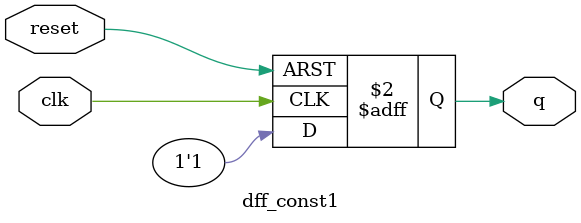
<source format=v>
/* Generated by Yosys 0.47+121 (git sha1 98b4affc4, g++ 13.2.0-23ubuntu4 -fPIC -O3) */

module dff_const1(clk, reset, q);
  input clk;
  wire clk;
  output q;
  reg q;
  input reset;
  wire reset;
  always @(posedge clk, posedge reset)
    if (reset) q <= 1'h0;
    else q <= 1'h1;
endmodule

</source>
